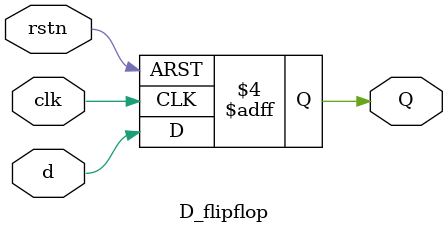
<source format=v>
module D_flipflop (d , rstn , clk , Q );
input d , rstn , clk ;
output reg Q ;
wire Qbar ;
assign Qbar = ~ Q ;

always @ (posedge clk or negedge rstn) begin
    if (~rstn) begin
        Q <=0 ;
    end
    else begin
        Q <= d ;
    end
end
endmodule 
</source>
